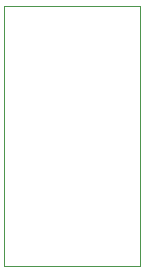
<source format=gbr>
%TF.GenerationSoftware,KiCad,Pcbnew,9.0.5*%
%TF.CreationDate,2025-12-11T21:58:03+11:00*%
%TF.ProjectId,pot-socket,706f742d-736f-4636-9b65-742e6b696361,rev?*%
%TF.SameCoordinates,Original*%
%TF.FileFunction,Profile,NP*%
%FSLAX46Y46*%
G04 Gerber Fmt 4.6, Leading zero omitted, Abs format (unit mm)*
G04 Created by KiCad (PCBNEW 9.0.5) date 2025-12-11 21:58:03*
%MOMM*%
%LPD*%
G01*
G04 APERTURE LIST*
%TA.AperFunction,Profile*%
%ADD10C,0.050000*%
%TD*%
G04 APERTURE END LIST*
D10*
X144500000Y-89000000D02*
X156000000Y-89000000D01*
X156000000Y-111000000D01*
X144500000Y-111000000D01*
X144500000Y-89000000D01*
M02*

</source>
